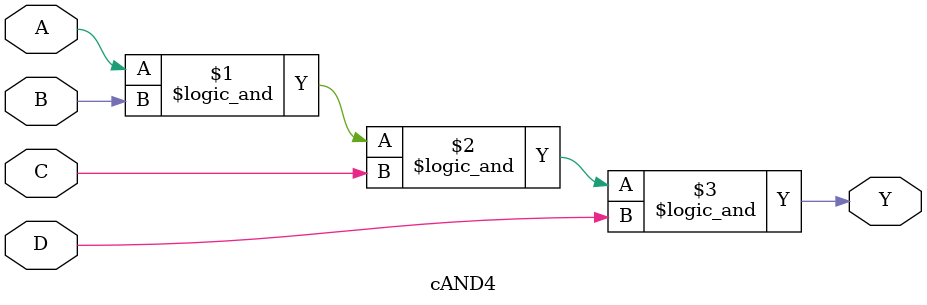
<source format=v>
module cAND4(input wire A, input wire B, input wire C, input wire D, output wire Y);
assign Y = A && B && C && D;
endmodule

</source>
